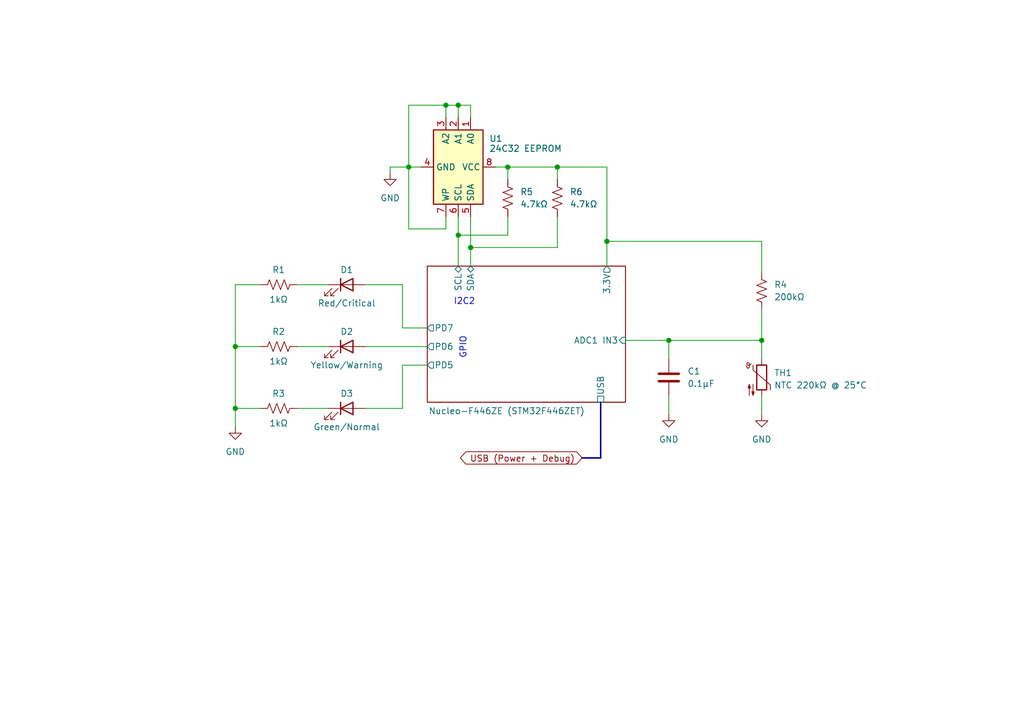
<source format=kicad_sch>
(kicad_sch (version 20250114) (generator "eeschema") (generator_version "9.0")
  (paper "A5")
  (title_block (title "Zeiss SMT Task: Temperature Monitor") (rev "C") (company "Alexander Kharitonov") (comment 1 "Conceptual schematic."))
  (lib_symbols
    (symbol "Device:C" (pin_numbers (hide yes)) (pin_names (offset 0.254))
      (property "Reference" "C" (at 0.635 2.54 0))
      (property "Value" "C" (at 0.635 -2.54 0))
      (symbol "C_0_1"
        (polyline (pts (xy -2.032 0.762) (xy 2.032 0.762)) (stroke (width 0.508)))
        (polyline (pts (xy -2.032 -0.762) (xy 2.032 -0.762)) (stroke (width 0.508)))
      )
      (symbol "C_1_1"
        (pin passive line (at 0 3.81 270) (length 2.794) (name "~") (number "1"))
        (pin passive line (at 0 -3.81 90) (length 2.794) (name "~") (number "2"))
      )
    )
    (symbol "Device:LED" (pin_numbers (hide yes)) (pin_names (offset 1.016) (hide yes))
      (property "Reference" "D" (at 0 2.54 0))
      (property "Value" "LED" (at 0 -2.54 0))
      (symbol "LED_0_1"
        (polyline (pts (xy -3.048 -0.762) (xy -4.572 -2.286) (xy -3.81 -2.286) (xy -4.572 -2.286) (xy -4.572 -1.524)))
        (polyline (pts (xy -1.778 -0.762) (xy -3.302 -2.286) (xy -2.54 -2.286) (xy -3.302 -2.286) (xy -3.302 -1.524)))
        (polyline (pts (xy -1.27 0) (xy 1.27 0)))
        (polyline (pts (xy -1.27 -1.27) (xy -1.27 1.27)) (stroke (width 0.254)))
        (polyline (pts (xy 1.27 -1.27) (xy 1.27 1.27) (xy -1.27 0) (xy 1.27 -1.27)) (stroke (width 0.254)))
      )
      (symbol "LED_1_1"
        (pin passive line (at -3.81 0 0) (length 2.54) (name "K") (number "1"))
        (pin passive line (at 3.81 0 180) (length 2.54) (name "A") (number "2"))
      )
    )
    (symbol "Device:R_US" (pin_numbers (hide yes)) (pin_names (offset 0))
      (property "Reference" "R" (at 2.54 0 90))
      (property "Value" "R_US" (at -2.54 0 90))
      (symbol "R_US_0_1"
        (polyline (pts (xy 0 2.286) (xy 0 2.54)))
        (polyline (pts (xy 0 2.286) (xy 1.016 1.905) (xy 0 1.524) (xy -1.016 1.143) (xy 0 0.762)))
        (polyline (pts (xy 0 0.762) (xy 1.016 0.381) (xy 0 0) (xy -1.016 -0.381) (xy 0 -0.762)))
        (polyline (pts (xy 0 -0.762) (xy 1.016 -1.143) (xy 0 -1.524) (xy -1.016 -1.905) (xy 0 -2.286)))
        (polyline (pts (xy 0 -2.286) (xy 0 -2.54)))
      )
      (symbol "R_US_1_1"
        (pin passive line (at 0 3.81 270) (length 1.27) (name "~") (number "1"))
        (pin passive line (at 0 -3.81 90) (length 1.27) (name "~") (number "2"))
      )
    )
    (symbol "Device:Thermistor_NTC" (pin_numbers (hide yes)) (pin_names (offset 0))
      (property "Reference" "TH" (at -4.445 0 90))
      (property "Value" "Thermistor_NTC" (at 3.175 0 90))
      (symbol "Thermistor_NTC_0_1"
        (arc (start -3.175 2.413) (mid -3.0506 2.3165) (end -3.048 2.159))
        (arc (start -3.048 2.794) (mid -2.9736 2.9736) (end -2.794 3.048))
        (arc (start -2.794 3.048) (mid -2.6144 2.9736) (end -2.54 2.794))
        (arc (start -2.794 2.54) (mid -2.9736 2.6144) (end -3.048 2.794))
        (arc (start -2.794 1.905) (mid -2.9736 1.9794) (end -3.048 2.159))
        (arc (start -2.54 2.159) (mid -2.6144 1.9794) (end -2.794 1.905))
        (arc (start -2.159 2.794) (mid -2.434 2.5608) (end -2.794 2.54))
        (polyline (pts (xy -2.54 2.159) (xy -2.54 2.794)))
        (polyline (pts (xy -2.54 -3.683) (xy -2.54 -1.397) (xy -2.794 -2.159) (xy -2.286 -2.159) (xy -2.54 -1.397) (xy -2.54 -1.651)) (fill (type outline)))
        (polyline (pts (xy -1.778 2.54) (xy -1.778 1.524) (xy 1.778 -1.524) (xy 1.778 -2.54)))
        (polyline (pts (xy -1.778 -1.397) (xy -1.778 -3.683) (xy -2.032 -2.921) (xy -1.524 -2.921) (xy -1.778 -3.683) (xy -1.778 -3.429)) (fill (type outline)))
        (rectangle (start -1.016 2.54) (end 1.016 -2.54) (stroke (width 0.254)))
      )
      (symbol "Thermistor_NTC_1_1"
        (pin passive line (at 0 3.81 270) (length 1.27) (name "~") (number "1"))
        (pin passive line (at 0 -3.81 90) (length 1.27) (name "~") (number "2"))
      )
    )
    (symbol "Memory_EEPROM:AT24CS32-SSHM"
      (property "Reference" "U" (at -7.62 6.35 0))
      (property "Value" "AT24CS32-SSHM" (at 2.54 -6.35 0))
      (symbol "AT24CS32-SSHM_1_1"
        (rectangle (start -7.62 5.08) (end 7.62 -5.08) (stroke (width 0.254)) (fill (type background)))
        (pin input line (at -10.16 2.54 0) (length 2.54) (name "A0") (number "1"))
        (pin input line (at -10.16 0 0) (length 2.54) (name "A1") (number "2"))
        (pin input line (at -10.16 -2.54 0) (length 2.54) (name "A2") (number "3"))
        (pin power_in line (at 0 7.62 270) (length 2.54) (name "VCC") (number "8"))
        (pin power_in line (at 0 -7.62 90) (length 2.54) (name "GND") (number "4"))
        (pin bidirectional line (at 10.16 2.54 180) (length 2.54) (name "SDA") (number "5"))
        (pin input line (at 10.16 0 180) (length 2.54) (name "SCL") (number "6"))
        (pin input line (at 10.16 -2.54 180) (length 2.54) (name "WP") (number "7"))
      )
    )
    (symbol "power:GND" (power) (pin_numbers (hide yes)) (pin_names (offset 0) (hide yes))
      (property "Value" "GND" (at 0 -3.81 0))
      (symbol "GND_0_1"
        (polyline (pts (xy 0 0) (xy 0 -1.27) (xy 1.27 -1.27) (xy 0 -2.54) (xy -1.27 -1.27) (xy 0 -1.27)))
      )
      (symbol "GND_1_1"
        (pin power_in line (at 0 0 270) (length 0) (name "~") (number "1"))
      )
    )
  )
  (text "GPIO" (at 94.996 71.374 90) (effects (font (size 1.27 1.27))))
  (text "I2C2" (at 95.25 61.976 0) (effects (font (size 1.27 1.27))))
  (junction (at 104.14 34.29))
  (junction (at 93.98 21.59))
  (junction (at 137.16 69.85))
  (junction (at 96.52 50.8))
  (junction (at 48.26 71.12))
  (junction (at 91.44 21.59))
  (junction (at 83.82 34.29))
  (junction (at 93.98 48.26))
  (junction (at 48.26 83.82))
  (junction (at 124.46 49.53))
  (junction (at 114.3 34.29))
  (junction (at 156.21 69.85))
  (wire (pts (xy 156.21 55.88) (xy 156.21 49.53)))
  (wire (pts (xy 104.14 34.29) (xy 101.6 34.29)))
  (wire (pts (xy 93.98 21.59) (xy 96.52 21.59)))
  (wire (pts (xy 96.52 44.45) (xy 96.52 50.8)))
  (wire (pts (xy 74.93 71.12) (xy 87.63 71.12)))
  (wire (pts (xy 83.82 34.29) (xy 83.82 21.59)))
  (wire (pts (xy 137.16 69.85) (xy 137.16 73.66)))
  (wire (pts (xy 83.82 46.99) (xy 83.82 34.29)))
  (wire (pts (xy 104.14 34.29) (xy 114.3 34.29)))
  (wire (pts (xy 86.36 34.29) (xy 83.82 34.29)))
  (wire (pts (xy 60.96 83.82) (xy 67.31 83.82)))
  (wire (pts (xy 82.55 74.93) (xy 82.55 83.82)))
  (wire (pts (xy 80.01 35.56) (xy 80.01 34.29)))
  (wire (pts (xy 93.98 21.59) (xy 93.98 24.13)))
  (wire (pts (xy 48.26 87.63) (xy 48.26 83.82)))
  (wire (pts (xy 87.63 74.93) (xy 82.55 74.93)))
  (wire (pts (xy 82.55 83.82) (xy 74.93 83.82)))
  (wire (pts (xy 104.14 34.29) (xy 104.14 36.83)))
  (wire (pts (xy 114.3 50.8) (xy 96.52 50.8)))
  (wire (pts (xy 60.96 58.42) (xy 67.31 58.42)))
  (wire (pts (xy 91.44 46.99) (xy 83.82 46.99)))
  (wire (pts (xy 124.46 34.29) (xy 114.3 34.29)))
  (wire (pts (xy 83.82 21.59) (xy 91.44 21.59)))
  (wire (pts (xy 156.21 81.28) (xy 156.21 85.09)))
  (wire (pts (xy 82.55 67.31) (xy 82.55 58.42)))
  (wire (pts (xy 104.14 44.45) (xy 104.14 48.26)))
  (wire (pts (xy 82.55 58.42) (xy 74.93 58.42)))
  (wire (pts (xy 96.52 50.8) (xy 96.52 54.61)))
  (wire (pts (xy 48.26 83.82) (xy 53.34 83.82)))
  (wire (pts (xy 156.21 63.5) (xy 156.21 69.85)))
  (wire (pts (xy 91.44 21.59) (xy 93.98 21.59)))
  (wire (pts (xy 137.16 81.28) (xy 137.16 85.09)))
  (wire (pts (xy 93.98 48.26) (xy 93.98 54.61)))
  (bus (pts (xy 123.19 93.98) (xy 123.19 82.55)))
  (bus (pts (xy 119.38 93.98) (xy 123.19 93.98)))
  (wire (pts (xy 60.96 71.12) (xy 67.31 71.12)))
  (wire (pts (xy 87.63 67.31) (xy 82.55 67.31)))
  (wire (pts (xy 48.26 71.12) (xy 53.34 71.12)))
  (wire (pts (xy 137.16 69.85) (xy 156.21 69.85)))
  (wire (pts (xy 124.46 49.53) (xy 124.46 34.29)))
  (wire (pts (xy 114.3 44.45) (xy 114.3 50.8)))
  (wire (pts (xy 80.01 34.29) (xy 83.82 34.29)))
  (wire (pts (xy 48.26 71.12) (xy 48.26 58.42)))
  (wire (pts (xy 156.21 69.85) (xy 156.21 73.66)))
  (wire (pts (xy 114.3 34.29) (xy 114.3 36.83)))
  (wire (pts (xy 93.98 44.45) (xy 93.98 48.26)))
  (wire (pts (xy 96.52 21.59) (xy 96.52 24.13)))
  (wire (pts (xy 48.26 58.42) (xy 53.34 58.42)))
  (wire (pts (xy 156.21 49.53) (xy 124.46 49.53)))
  (wire (pts (xy 124.46 54.61) (xy 124.46 49.53)))
  (wire (pts (xy 91.44 44.45) (xy 91.44 46.99)))
  (wire (pts (xy 104.14 48.26) (xy 93.98 48.26)))
  (wire (pts (xy 48.26 83.82) (xy 48.26 71.12)))
  (wire (pts (xy 91.44 21.59) (xy 91.44 24.13)))
  (wire (pts (xy 128.27 69.85) (xy 137.16 69.85)))
  (global_label "USB (Power + Debug)" (shape bidirectional) (at 119.38 93.98 180) (property "Intersheetrefs" "${INTERSHEET_REFS}" (effects (hide yes))))
  (symbol (lib_id "Device:LED") (at 71.12 58.42 0) (unit 1)
    (property "Reference" "D1" (at 71.12 55.372 0))
    (property "Value" "Red/Critical" (at 71.12 62.23 0))
    (property "Description" "Light emitting diode" (effects (hide yes)))
    (property "Sim.Pins" "1=K 2=A" (effects (hide yes)))
  )
  (symbol (lib_id "Memory_EEPROM:AT24CS32-SSHM") (at 93.98 34.29 270) (unit 1)
    (property "Reference" "U1" (at 100.33 28.448 90) (effects (justify left)))
    (property "Value" "24C32 EEPROM" (at 100.33 30.48 90) (effects (justify left)))
    (property "Footprint" "Package_SO:SOIC-8_3.9x4.9mm_P1.27mm" (effects (hide yes)))
    (property "Datasheet" "http://ww1.microchip.com/downloads/en/DeviceDoc/Atmel-8869-SEEPROM-AT24CS32-Datasheet.pdf" (effects (hide yes)))
    (property "Description" "I2C Serial EEPROM, 32Kb (4096x8) with Unique Serial Number, SO8" (effects (hide yes)))
  )
  (symbol (lib_id "Device:R_US") (at 57.15 83.82 90) (unit 1)
    (property "Reference" "R3" (at 57.15 80.772 90))
    (property "Value" "1kΩ" (at 57.15 86.868 90))
    (property "Description" "Resistor, US symbol" (effects (hide yes)))
  )
  (symbol (lib_id "Device:R_US") (at 156.21 59.69 0) (unit 1)
    (property "Reference" "R4" (at 158.75 58.4199 0) (effects (justify left)))
    (property "Value" "200kΩ" (at 158.75 60.9599 0) (effects (justify left)))
    (property "Description" "Resistor, US symbol" (effects (hide yes)))
  )
  (symbol (lib_id "power:GND") (at 48.26 87.63 0) (unit 1)
    (property "Reference" "#PWR02" (effects (hide yes)))
    (property "Value" "GND" (at 48.26 92.71 0))
    (property "Description" "Power symbol creates a global label with name \"GND\" , ground" (effects (hide yes)))
  )
  (symbol (lib_id "Device:R_US") (at 104.14 40.64 180) (unit 1)
    (property "Reference" "R5" (at 106.68 39.3699 0) (effects (justify right)))
    (property "Value" "4.7kΩ" (at 106.68 41.9099 0) (effects (justify right)))
    (property "Description" "Resistor, US symbol" (effects (hide yes)))
  )
  (symbol (lib_id "Device:Thermistor_NTC") (at 156.21 77.47 0) (unit 1)
    (property "Reference" "TH1" (at 158.75 76.5174 0) (effects (justify left)))
    (property "Value" "NTC 220kΩ @ 25°C" (at 158.75 79.0574 0) (effects (justify left)))
    (property "Description" "Temperature dependent resistor, negative temperature coefficient" (effects (hide yes)))
  )
  (symbol (lib_id "Device:LED") (at 71.12 71.12 0) (unit 1)
    (property "Reference" "D2" (at 71.12 68.072 0))
    (property "Value" "Yellow/Warning" (at 71.12 74.93 0))
    (property "Description" "Light emitting diode" (effects (hide yes)))
    (property "Sim.Pins" "1=K 2=A" (effects (hide yes)))
  )
  (symbol (lib_id "power:GND") (at 156.21 85.09 0) (unit 1)
    (property "Reference" "#PWR04" (effects (hide yes)))
    (property "Value" "GND" (at 156.21 90.17 0))
    (property "Description" "Power symbol creates a global label with name \"GND\" , ground" (effects (hide yes)))
  )
  (symbol (lib_id "Device:R_US") (at 57.15 58.42 90) (unit 1)
    (property "Reference" "R1" (at 57.15 55.372 90))
    (property "Value" "1kΩ" (at 57.15 61.468 90))
    (property "Description" "Resistor, US symbol" (effects (hide yes)))
  )
  (symbol (lib_id "power:GND") (at 137.16 85.09 0) (unit 1)
    (property "Reference" "#PWR03" (effects (hide yes)))
    (property "Value" "GND" (at 137.16 90.17 0))
    (property "Description" "Power symbol creates a global label with name \"GND\" , ground" (effects (hide yes)))
  )
  (symbol (lib_id "power:GND") (at 80.01 35.56 0) (unit 1)
    (property "Reference" "#PWR01" (effects (hide yes)))
    (property "Value" "GND" (at 80.01 40.64 0))
    (property "Description" "Power symbol creates a global label with name \"GND\" , ground" (effects (hide yes)))
  )
  (symbol (lib_id "Device:C") (at 137.16 77.47 0) (unit 1)
    (property "Reference" "C1" (at 140.97 76.1999 0) (effects (justify left)))
    (property "Value" "0.1μF" (at 140.97 78.7399 0) (effects (justify left)))
    (property "Description" "Unpolarized capacitor" (effects (hide yes)))
  )
  (symbol (lib_id "Device:R_US") (at 57.15 71.12 90) (unit 1)
    (property "Reference" "R2" (at 57.15 68.072 90))
    (property "Value" "1kΩ" (at 57.15 74.168 90))
    (property "Description" "Resistor, US symbol" (effects (hide yes)))
  )
  (symbol (lib_id "Device:R_US") (at 114.3 40.64 180) (unit 1)
    (property "Reference" "R6" (at 116.84 39.3699 0) (effects (justify right)))
    (property "Value" "4.7kΩ" (at 116.84 41.9099 0) (effects (justify right)))
    (property "Description" "Resistor, US symbol" (effects (hide yes)))
  )
  (symbol (lib_id "Device:LED") (at 71.12 83.82 0) (unit 1)
    (property "Reference" "D3" (at 71.12 80.772 0))
    (property "Value" "Green/Normal" (at 71.12 87.63 0))
    (property "Description" "Light emitting diode" (effects (hide yes)))
    (property "Sim.Pins" "1=K 2=A" (effects (hide yes)))
  )
  (sheet (at 87.63 54.61) (size 40.64 27.94) (stroke (width 0.1524))
    (property "Sheetname" "Nucleo-F446ZE (STM32F446ZET)" (at 87.884 85.09 0) (effects (justify left bottom)))
    (property "Sheetfile" "nucleo_placeholder.kicad_sch" (effects (hide yes)))
    (pin "3.3V" output (at 124.46 54.61 90))
    (pin "ADC1 IN3" input (at 128.27 69.85 0))
    (pin "PD5" output (at 87.63 74.93 180))
    (pin "PD6" output (at 87.63 71.12 180))
    (pin "PD7" output (at 87.63 67.31 180))
    (pin "SCL" bidirectional (at 93.98 54.61 90))
    (pin "SDA" bidirectional (at 96.52 54.61 90))
    (pin "USB" passive (at 123.19 82.55 270))
  )
)
</source>
